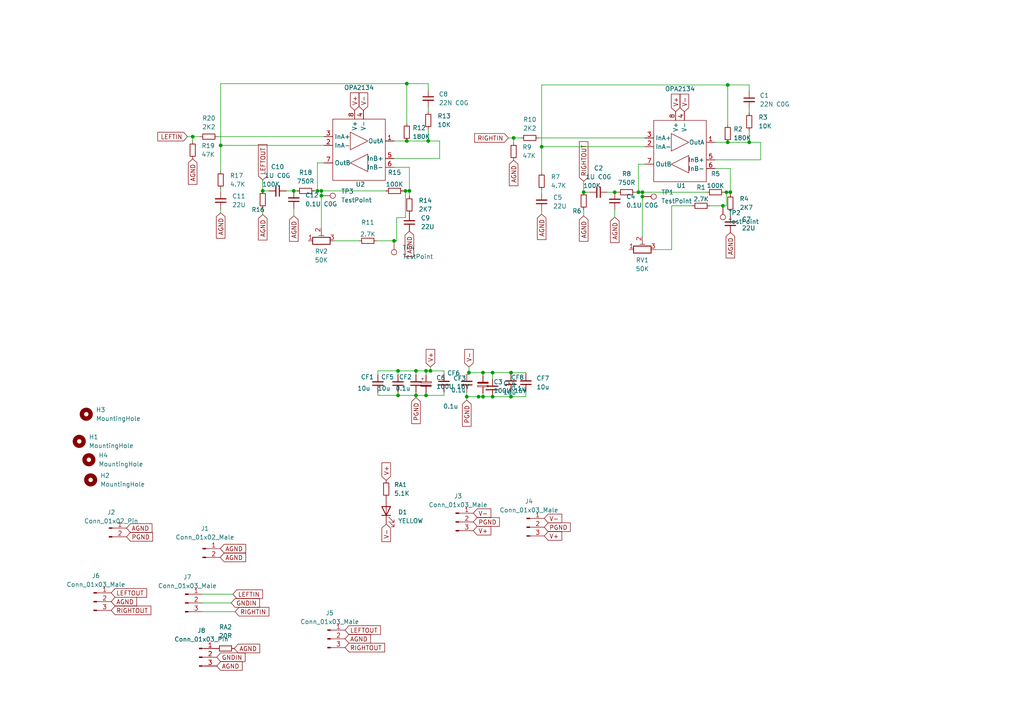
<source format=kicad_sch>
(kicad_sch (version 20230121) (generator eeschema)
  (paper "A4")
  (lib_symbols
    (symbol "Amplifier_Audio:OPA2134"
      (property "Reference" "U" (at 0 -2.54 0))
      (property "Value" "OPA2134" (at 0 0 0))
      (symbol "OPA2134_0_1"
        (rectangle (start -7.62 16.51) (end 7.62 -1.27))
        (polyline (pts (xy -2.54 12.7) (xy -2.54 7.62) (xy 2.54 10.16) (xy -2.54 12.7)))
        (polyline (pts (xy 2.54 6.35) (xy 2.54 1.27) (xy -2.54 3.81) (xy 2.54 6.35)))
      )
      (symbol "OPA2134_1_1"
        (pin output line (at 10.16 10.16 180) (length 2.54) (name "OutA") (number "1"))
        (pin input line (at -10.16 8.89 0) (length 2.54) (name "InA-") (number "2"))
        (pin input line (at -10.16 11.43 0) (length 2.54) (name "InA+") (number "3"))
        (pin input line (at 1.27 19.05 270) (length 2.54) (name "V-") (number "4"))
        (pin input line (at 10.16 5.08 180) (length 2.54) (name "InB+") (number "5"))
        (pin input line (at 10.16 2.54 180) (length 2.54) (name "InB-") (number "6"))
        (pin output line (at -10.16 3.81 0) (length 2.54) (name "OutB") (number "7"))
        (pin input line (at -1.27 19.05 270) (length 2.54) (name "V+") (number "8"))
      )
    )
    (symbol "Connector:Conn_01x02_Male" (pin_names (offset 1.016) hide)
      (property "Reference" "J" (at 0 2.54 0))
      (property "Value" "Conn_01x02_Male" (at 0 -5.08 0))
      (symbol "Conn_01x02_Male_1_1"
        (polyline (pts (xy 1.27 -2.54) (xy 0.8636 -2.54)) (stroke (width 0.1524)))
        (polyline (pts (xy 1.27 0) (xy 0.8636 0)) (stroke (width 0.1524)))
        (rectangle (start 0.8636 -2.413) (end 0 -2.667) (stroke (width 0.1524)) (fill (type outline)))
        (rectangle (start 0.8636 0.127) (end 0 -0.127) (stroke (width 0.1524)) (fill (type outline)))
        (pin passive line (at 5.08 0 180) (length 3.81) (name "Pin_1") (number "1"))
        (pin passive line (at 5.08 -2.54 180) (length 3.81) (name "Pin_2") (number "2"))
      )
    )
    (symbol "Connector:Conn_01x02_Pin" (pin_names (offset 1.016) hide)
      (property "Reference" "J" (at 0 2.54 0))
      (property "Value" "Conn_01x02_Pin" (at 0 -5.08 0))
      (symbol "Conn_01x02_Pin_1_1"
        (polyline (pts (xy 1.27 -2.54) (xy 0.8636 -2.54)) (stroke (width 0.1524)))
        (polyline (pts (xy 1.27 0) (xy 0.8636 0)) (stroke (width 0.1524)))
        (rectangle (start 0.8636 -2.413) (end 0 -2.667) (stroke (width 0.1524)) (fill (type outline)))
        (rectangle (start 0.8636 0.127) (end 0 -0.127) (stroke (width 0.1524)) (fill (type outline)))
        (pin passive line (at 5.08 0 180) (length 3.81) (name "Pin_1") (number "1"))
        (pin passive line (at 5.08 -2.54 180) (length 3.81) (name "Pin_2") (number "2"))
      )
    )
    (symbol "Connector:Conn_01x03_Male" (pin_names (offset 1.016) hide)
      (property "Reference" "J" (at 0 5.08 0))
      (property "Value" "Conn_01x03_Male" (at 0 -5.08 0))
      (symbol "Conn_01x03_Male_1_1"
        (polyline (pts (xy 1.27 -2.54) (xy 0.8636 -2.54)) (stroke (width 0.1524)))
        (polyline (pts (xy 1.27 0) (xy 0.8636 0)) (stroke (width 0.1524)))
        (polyline (pts (xy 1.27 2.54) (xy 0.8636 2.54)) (stroke (width 0.1524)))
        (rectangle (start 0.8636 -2.413) (end 0 -2.667) (stroke (width 0.1524)) (fill (type outline)))
        (rectangle (start 0.8636 0.127) (end 0 -0.127) (stroke (width 0.1524)) (fill (type outline)))
        (rectangle (start 0.8636 2.667) (end 0 2.413) (stroke (width 0.1524)) (fill (type outline)))
        (pin passive line (at 5.08 2.54 180) (length 3.81) (name "Pin_1") (number "1"))
        (pin passive line (at 5.08 0 180) (length 3.81) (name "Pin_2") (number "2"))
        (pin passive line (at 5.08 -2.54 180) (length 3.81) (name "Pin_3") (number "3"))
      )
    )
    (symbol "Connector:Conn_01x03_Pin" (pin_names (offset 1.016) hide)
      (property "Reference" "J" (at 0 5.08 0))
      (property "Value" "Conn_01x03_Pin" (at 0 -5.08 0))
      (symbol "Conn_01x03_Pin_1_1"
        (polyline (pts (xy 1.27 -2.54) (xy 0.8636 -2.54)) (stroke (width 0.1524)))
        (polyline (pts (xy 1.27 0) (xy 0.8636 0)) (stroke (width 0.1524)))
        (polyline (pts (xy 1.27 2.54) (xy 0.8636 2.54)) (stroke (width 0.1524)))
        (rectangle (start 0.8636 -2.413) (end 0 -2.667) (stroke (width 0.1524)) (fill (type outline)))
        (rectangle (start 0.8636 0.127) (end 0 -0.127) (stroke (width 0.1524)) (fill (type outline)))
        (rectangle (start 0.8636 2.667) (end 0 2.413) (stroke (width 0.1524)) (fill (type outline)))
        (pin passive line (at 5.08 2.54 180) (length 3.81) (name "Pin_1") (number "1"))
        (pin passive line (at 5.08 0 180) (length 3.81) (name "Pin_2") (number "2"))
        (pin passive line (at 5.08 -2.54 180) (length 3.81) (name "Pin_3") (number "3"))
      )
    )
    (symbol "Connector:TestPoint" (pin_numbers hide) (pin_names (offset 0.762) hide)
      (property "Reference" "TP" (at 0 6.858 0))
      (property "Value" "TestPoint" (at 0 5.08 0))
      (symbol "TestPoint_0_1"
        (circle (center 0 3.302) (radius 0.762))
      )
      (symbol "TestPoint_1_1"
        (pin passive line (at 0 0 90) (length 2.54) (name "1") (number "1"))
      )
    )
    (symbol "Device:C_Polarized_Small" (pin_numbers hide) (pin_names (offset 0.254) hide)
      (property "Reference" "C" (at 0.254 1.778 0))
      (property "Value" "C_Polarized_Small" (at 0.254 -2.032 0))
      (symbol "C_Polarized_Small_0_1"
        (rectangle (start -1.524 -0.3048) (end 1.524 -0.6858) (fill (type outline)))
        (rectangle (start -1.524 0.6858) (end 1.524 0.3048))
        (polyline (pts (xy -1.27 1.524) (xy -0.762 1.524)))
        (polyline (pts (xy -1.016 1.27) (xy -1.016 1.778)))
      )
      (symbol "C_Polarized_Small_1_1"
        (pin passive line (at 0 2.54 270) (length 1.8542) (name "~") (number "1"))
        (pin passive line (at 0 -2.54 90) (length 1.8542) (name "~") (number "2"))
      )
    )
    (symbol "Device:C_Small" (pin_numbers hide) (pin_names (offset 0.254) hide)
      (property "Reference" "C" (at 0.254 1.778 0))
      (property "Value" "C_Small" (at 0.254 -2.032 0))
      (symbol "C_Small_0_1"
        (polyline (pts (xy -1.524 -0.508) (xy 1.524 -0.508)) (stroke (width 0.3302)))
        (polyline (pts (xy -1.524 0.508) (xy 1.524 0.508)) (stroke (width 0.3048)))
      )
      (symbol "C_Small_1_1"
        (pin passive line (at 0 2.54 270) (length 2.032) (name "~") (number "1"))
        (pin passive line (at 0 -2.54 90) (length 2.032) (name "~") (number "2"))
      )
    )
    (symbol "Device:LED" (pin_numbers hide) (pin_names (offset 1.016) hide)
      (property "Reference" "D" (at 0 2.54 0))
      (property "Value" "LED" (at 0 -2.54 0))
      (symbol "LED_0_1"
        (polyline (pts (xy -1.27 -1.27) (xy -1.27 1.27)) (stroke (width 0.254)))
        (polyline (pts (xy -1.27 0) (xy 1.27 0)))
        (polyline (pts (xy 1.27 -1.27) (xy 1.27 1.27) (xy -1.27 0) (xy 1.27 -1.27)) (stroke (width 0.254)))
        (polyline (pts (xy -3.048 -0.762) (xy -4.572 -2.286) (xy -3.81 -2.286) (xy -4.572 -2.286) (xy -4.572 -1.524)))
        (polyline (pts (xy -1.778 -0.762) (xy -3.302 -2.286) (xy -2.54 -2.286) (xy -3.302 -2.286) (xy -3.302 -1.524)))
      )
      (symbol "LED_1_1"
        (pin passive line (at -3.81 0 0) (length 2.54) (name "K") (number "1"))
        (pin passive line (at 3.81 0 180) (length 2.54) (name "A") (number "2"))
      )
    )
    (symbol "Device:R_Potentiometer_Trim" (pin_names (offset 1.016) hide)
      (property "Reference" "RV" (at -4.445 0 90))
      (property "Value" "R_Potentiometer_Trim" (at -2.54 0 90))
      (symbol "R_Potentiometer_Trim_0_1"
        (polyline (pts (xy 1.524 0.762) (xy 1.524 -0.762)))
        (polyline (pts (xy 2.54 0) (xy 1.524 0)))
        (rectangle (start 1.016 2.54) (end -1.016 -2.54) (stroke (width 0.254)))
      )
      (symbol "R_Potentiometer_Trim_1_1"
        (pin passive line (at 0 3.81 270) (length 1.27) (name "1") (number "1"))
        (pin passive line (at 3.81 0 180) (length 1.27) (name "2") (number "2"))
        (pin passive line (at 0 -3.81 90) (length 1.27) (name "3") (number "3"))
      )
    )
    (symbol "Device:R_Small" (pin_numbers hide) (pin_names (offset 0.254) hide)
      (property "Reference" "R" (at 0.762 0.508 0))
      (property "Value" "R_Small" (at 0.762 -1.016 0))
      (symbol "R_Small_0_1"
        (rectangle (start -0.762 1.778) (end 0.762 -1.778) (stroke (width 0.2032)))
      )
      (symbol "R_Small_1_1"
        (pin passive line (at 0 2.54 270) (length 0.762) (name "~") (number "1"))
        (pin passive line (at 0 -2.54 90) (length 0.762) (name "~") (number "2"))
      )
    )
    (symbol "Mechanical:MountingHole" (pin_names (offset 1.016))
      (property "Reference" "H" (at 0 5.08 0))
      (property "Value" "MountingHole" (at 0 3.175 0))
      (symbol "MountingHole_0_1"
        (circle (center 0 0) (radius 1.27) (stroke (width 1.27)))
      )
    )
  )
  (junction (at 92.075 55.372))
  (junction (at 178.308 55.753))
  (junction (at 117.602 55.372))
  (junction (at 186.309 57.023))
  (junction (at 115.443 107.569))
  (junction (at 185.166 55.753))
  (junction (at 211.074 24.638))
  (junction (at 123.571 114.681))
  (junction (at 123.571 107.569))
  (junction (at 148.209 108.077))
  (junction (at 157.099 42.545))
  (junction (at 124.206 40.894))
  (junction (at 142.875 115.062))
  (junction (at 118.745 55.372))
  (junction (at 93.218 55.372))
  (junction (at 186.309 55.753))
  (junction (at 210.693 55.753))
  (junction (at 211.074 41.275))
  (junction (at 135.382 115.062))
  (junction (at 136.017 108.077))
  (junction (at 64.008 42.164))
  (junction (at 117.983 24.257))
  (junction (at 76.2 55.372))
  (junction (at 209.677 59.69))
  (junction (at 140.081 115.062))
  (junction (at 211.836 55.753))
  (junction (at 93.218 56.769))
  (junction (at 124.841 107.569))
  (junction (at 120.65 107.569))
  (junction (at 55.88 39.624))
  (junction (at 148.971 40.005))
  (junction (at 115.443 114.681))
  (junction (at 117.983 40.894))
  (junction (at 114.3 69.85))
  (junction (at 142.875 108.077))
  (junction (at 120.65 114.681))
  (junction (at 169.291 55.753))
  (junction (at 85.217 55.372))
  (junction (at 140.081 108.077))
  (junction (at 217.297 41.275))
  (junction (at 138.811 115.062))
  (junction (at 148.209 115.062))
  (wire (pts (xy 124.206 32.385) (xy 124.206 31.115)))
  (wire (pts (xy 67.056 174.879) (xy 58.801 174.879)))
  (wire (pts (xy 117.602 55.372) (xy 118.745 55.372)))
  (wire (pts (xy 118.745 48.514) (xy 118.745 55.372)))
  (wire (pts (xy 92.075 47.244) (xy 93.98 47.244)))
  (wire (pts (xy 157.099 56.007) (xy 157.099 55.118)))
  (wire (pts (xy 178.308 62.992) (xy 178.308 60.833)))
  (wire (pts (xy 117.983 24.257) (xy 117.983 35.814)))
  (wire (pts (xy 118.745 55.372) (xy 118.745 56.896)))
  (wire (pts (xy 152.527 108.077) (xy 148.209 108.077)))
  (wire (pts (xy 185.166 55.753) (xy 185.166 47.625)))
  (wire (pts (xy 186.309 55.753) (xy 185.166 55.753)))
  (wire (pts (xy 115.062 69.85) (xy 114.3 69.85)))
  (wire (pts (xy 115.443 114.681) (xy 120.65 114.681)))
  (wire (pts (xy 136.017 108.077) (xy 140.081 108.077)))
  (wire (pts (xy 76.2 62.23) (xy 76.2 60.452)))
  (wire (pts (xy 93.218 55.372) (xy 111.887 55.372)))
  (wire (pts (xy 211.074 24.638) (xy 211.074 36.195)))
  (wire (pts (xy 114.3 45.974) (xy 127.508 45.974)))
  (wire (pts (xy 123.571 108.839) (xy 123.571 107.569)))
  (wire (pts (xy 123.571 113.919) (xy 123.571 114.681)))
  (wire (pts (xy 115.443 108.712) (xy 115.443 107.569)))
  (wire (pts (xy 185.166 47.625) (xy 187.071 47.625)))
  (wire (pts (xy 184.277 55.753) (xy 185.166 55.753)))
  (wire (pts (xy 123.571 114.681) (xy 128.778 114.681)))
  (wire (pts (xy 128.778 108.585) (xy 128.778 107.569)))
  (wire (pts (xy 140.081 114.046) (xy 140.081 115.062)))
  (wire (pts (xy 58.801 172.339) (xy 67.564 172.339)))
  (wire (pts (xy 148.971 41.402) (xy 148.971 40.005)))
  (wire (pts (xy 186.309 57.023) (xy 186.309 55.753)))
  (wire (pts (xy 217.297 24.638) (xy 211.074 24.638)))
  (wire (pts (xy 169.291 62.611) (xy 169.291 60.833)))
  (wire (pts (xy 93.218 55.372) (xy 92.075 55.372)))
  (wire (pts (xy 114.3 48.514) (xy 118.745 48.514)))
  (wire (pts (xy 148.971 40.005) (xy 151.13 40.005)))
  (wire (pts (xy 127.508 40.894) (xy 127.508 45.974)))
  (wire (pts (xy 211.836 62.357) (xy 211.836 61.468)))
  (wire (pts (xy 152.527 115.062) (xy 148.209 115.062)))
  (wire (pts (xy 157.099 24.638) (xy 211.074 24.638)))
  (wire (pts (xy 117.602 55.372) (xy 117.602 63.119)))
  (wire (pts (xy 148.209 108.077) (xy 142.875 108.077)))
  (wire (pts (xy 109.601 107.569) (xy 115.443 107.569)))
  (wire (pts (xy 140.081 115.062) (xy 142.875 115.062)))
  (wire (pts (xy 83.058 55.372) (xy 85.217 55.372)))
  (wire (pts (xy 64.008 61.722) (xy 64.008 60.706)))
  (wire (pts (xy 124.841 107.569) (xy 123.571 107.569)))
  (wire (pts (xy 120.65 107.569) (xy 120.65 108.712)))
  (wire (pts (xy 109.601 114.681) (xy 115.443 114.681)))
  (wire (pts (xy 64.008 24.257) (xy 117.983 24.257)))
  (wire (pts (xy 207.391 46.355) (xy 220.599 46.355)))
  (wire (pts (xy 217.297 41.275) (xy 220.599 41.275)))
  (wire (pts (xy 63.119 39.624) (xy 93.98 39.624)))
  (wire (pts (xy 64.008 42.164) (xy 93.98 42.164)))
  (wire (pts (xy 157.099 42.545) (xy 187.071 42.545)))
  (wire (pts (xy 136.017 106.426) (xy 136.017 108.077)))
  (wire (pts (xy 138.684 114.935) (xy 138.811 115.062)))
  (wire (pts (xy 76.2 52.197) (xy 76.2 55.372)))
  (wire (pts (xy 91.186 55.372) (xy 92.075 55.372)))
  (wire (pts (xy 124.206 24.257) (xy 117.983 24.257)))
  (wire (pts (xy 124.206 37.465) (xy 124.206 40.894)))
  (wire (pts (xy 211.836 55.753) (xy 211.836 56.388)))
  (wire (pts (xy 178.308 55.753) (xy 179.197 55.753)))
  (wire (pts (xy 109.601 113.792) (xy 109.601 114.681)))
  (wire (pts (xy 109.601 108.712) (xy 109.601 107.569)))
  (wire (pts (xy 157.099 42.545) (xy 157.099 50.038)))
  (wire (pts (xy 117.983 40.894) (xy 124.206 40.894)))
  (wire (pts (xy 211.074 41.275) (xy 217.297 41.275)))
  (wire (pts (xy 136.017 108.585) (xy 135.382 108.585)))
  (wire (pts (xy 128.778 107.569) (xy 124.841 107.569)))
  (wire (pts (xy 85.217 62.611) (xy 85.217 60.452)))
  (wire (pts (xy 124.206 26.035) (xy 124.206 24.257)))
  (wire (pts (xy 156.21 40.005) (xy 187.071 40.005)))
  (wire (pts (xy 140.081 108.966) (xy 140.081 108.077)))
  (wire (pts (xy 115.062 63.119) (xy 115.062 69.85)))
  (wire (pts (xy 194.818 59.69) (xy 194.818 72.39)))
  (wire (pts (xy 93.218 56.769) (xy 93.218 66.04)))
  (wire (pts (xy 186.309 57.023) (xy 186.309 68.58)))
  (wire (pts (xy 124.206 40.894) (xy 127.508 40.894)))
  (wire (pts (xy 92.075 55.372) (xy 92.075 47.244)))
  (wire (pts (xy 157.099 62.103) (xy 157.099 61.087)))
  (wire (pts (xy 114.3 69.85) (xy 109.22 69.85)))
  (wire (pts (xy 135.382 113.665) (xy 135.382 115.062)))
  (wire (pts (xy 140.081 108.077) (xy 142.875 108.077)))
  (wire (pts (xy 148.209 108.458) (xy 148.209 108.077)))
  (wire (pts (xy 186.309 55.753) (xy 204.978 55.753)))
  (wire (pts (xy 104.14 69.85) (xy 97.028 69.85)))
  (wire (pts (xy 210.693 55.753) (xy 211.836 55.753)))
  (wire (pts (xy 64.008 42.164) (xy 64.008 49.657)))
  (wire (pts (xy 120.65 114.681) (xy 123.571 114.681)))
  (wire (pts (xy 194.818 72.39) (xy 190.119 72.39)))
  (wire (pts (xy 147.447 40.005) (xy 148.971 40.005)))
  (wire (pts (xy 220.599 41.275) (xy 220.599 46.355)))
  (wire (pts (xy 55.88 41.021) (xy 55.88 39.624)))
  (wire (pts (xy 210.693 55.753) (xy 210.693 59.69)))
  (wire (pts (xy 169.291 55.753) (xy 171.069 55.753)))
  (wire (pts (xy 217.297 26.416) (xy 217.297 24.638)))
  (wire (pts (xy 55.88 39.624) (xy 58.039 39.624)))
  (wire (pts (xy 117.602 63.119) (xy 115.062 63.119)))
  (wire (pts (xy 115.443 113.792) (xy 115.443 114.681)))
  (wire (pts (xy 114.3 40.894) (xy 117.983 40.894)))
  (wire (pts (xy 124.841 106.426) (xy 124.841 107.569)))
  (wire (pts (xy 217.297 37.846) (xy 217.297 41.275)))
  (wire (pts (xy 54.356 39.624) (xy 55.88 39.624)))
  (wire (pts (xy 152.527 108.458) (xy 152.527 108.077)))
  (wire (pts (xy 205.867 59.69) (xy 209.677 59.69)))
  (wire (pts (xy 116.967 55.372) (xy 117.602 55.372)))
  (wire (pts (xy 120.65 114.681) (xy 120.65 115.316)))
  (wire (pts (xy 64.008 42.164) (xy 64.008 24.257)))
  (wire (pts (xy 148.209 113.538) (xy 148.209 115.062)))
  (wire (pts (xy 169.291 52.578) (xy 169.291 55.753)))
  (wire (pts (xy 93.218 56.769) (xy 93.218 55.372)))
  (wire (pts (xy 58.801 177.419) (xy 68.199 177.419)))
  (wire (pts (xy 152.527 113.538) (xy 152.527 115.062)))
  (wire (pts (xy 64.008 55.626) (xy 64.008 54.737)))
  (wire (pts (xy 210.693 59.69) (xy 209.677 59.69)))
  (wire (pts (xy 136.017 108.077) (xy 136.017 108.585)))
  (wire (pts (xy 210.058 55.753) (xy 210.693 55.753)))
  (wire (pts (xy 157.099 42.545) (xy 157.099 24.638)))
  (wire (pts (xy 128.778 113.665) (xy 128.778 114.681)))
  (wire (pts (xy 207.391 48.895) (xy 211.836 48.895)))
  (wire (pts (xy 142.875 109.982) (xy 142.875 108.077)))
  (wire (pts (xy 138.811 115.062) (xy 140.081 115.062)))
  (wire (pts (xy 148.209 115.062) (xy 142.875 115.062)))
  (wire (pts (xy 123.571 107.569) (xy 120.65 107.569)))
  (wire (pts (xy 217.297 32.766) (xy 217.297 31.496)))
  (wire (pts (xy 194.818 59.69) (xy 200.787 59.69)))
  (wire (pts (xy 176.149 55.753) (xy 178.308 55.753)))
  (wire (pts (xy 120.65 113.792) (xy 120.65 114.681)))
  (wire (pts (xy 135.382 115.062) (xy 138.811 115.062)))
  (wire (pts (xy 211.836 48.895) (xy 211.836 55.753)))
  (wire (pts (xy 76.2 55.372) (xy 77.978 55.372)))
  (wire (pts (xy 115.443 107.569) (xy 120.65 107.569)))
  (wire (pts (xy 135.382 115.062) (xy 135.382 116.078)))
  (wire (pts (xy 85.217 55.372) (xy 86.106 55.372)))
  (wire (pts (xy 207.391 41.275) (xy 211.074 41.275)))
  (global_label "AGND" (shape input) (at 118.745 67.056 270) (property "Intersheetrefs" "${INTERSHEET_REFS}" (effects hide)))
  (global_label "AGND" (shape input) (at 63.881 159.131 0) (property "Intersheetrefs" "${INTERSHEET_REFS}" (effects hide)))
  (global_label "AGND" (shape input) (at 63.881 161.671 0) (property "Intersheetrefs" "${INTERSHEET_REFS}" (effects hide)))
  (global_label "LEFTIN" (shape input) (at 54.356 39.624 180) (property "Intersheetrefs" "${INTERSHEET_REFS}" (effects hide)))
  (global_label "AGND" (shape input) (at 55.88 46.101 270) (property "Intersheetrefs" "${INTERSHEET_REFS}" (effects hide)))
  (global_label "PGND" (shape input) (at 157.861 152.908 0) (property "Intersheetrefs" "${INTERSHEET_REFS}" (effects hide)))
  (global_label "AGND" (shape input) (at 67.945 188.087 0) (property "Intersheetrefs" "${INTERSHEET_REFS}" (effects hide)))
  (global_label "V-" (shape input) (at 105.41 32.004 90) (property "Intersheetrefs" "${INTERSHEET_REFS}" (effects hide)))
  (global_label "AGND" (shape input) (at 169.291 62.611 270) (property "Intersheetrefs" "${INTERSHEET_REFS}" (effects hide)))
  (global_label "AGND" (shape input) (at 178.308 62.992 270) (property "Intersheetrefs" "${INTERSHEET_REFS}" (effects hide)))
  (global_label "AGND" (shape input) (at 76.2 62.23 270) (property "Intersheetrefs" "${INTERSHEET_REFS}" (effects hide)))
  (global_label "AGND" (shape input) (at 85.217 62.611 270) (property "Intersheetrefs" "${INTERSHEET_REFS}" (effects hide)))
  (global_label "PGND" (shape input) (at 120.65 115.316 270) (property "Intersheetrefs" "${INTERSHEET_REFS}" (effects hide)))
  (global_label "PGND" (shape input) (at 36.703 155.702 0) (property "Intersheetrefs" "${INTERSHEET_REFS}" (effects hide)))
  (global_label "LEFTOUT" (shape input) (at 76.2 52.197 90) (property "Intersheetrefs" "${INTERSHEET_REFS}" (effects hide)))
  (global_label "V-" (shape input) (at 112.014 152.019 270) (property "Intersheetrefs" "${INTERSHEET_REFS}" (effects hide)))
  (global_label "V-" (shape input) (at 157.861 150.368 0) (property "Intersheetrefs" "${INTERSHEET_REFS}" (effects hide)))
  (global_label "GNDIN" (shape input) (at 67.056 174.879 0) (property "Intersheetrefs" "${INTERSHEET_REFS}" (effects hide)))
  (global_label "AGND" (shape input) (at 64.008 61.722 270) (property "Intersheetrefs" "${INTERSHEET_REFS}" (effects hide)))
  (global_label "V-" (shape input) (at 136.017 106.426 90) (property "Intersheetrefs" "${INTERSHEET_REFS}" (effects hide)))
  (global_label "V+" (shape input) (at 137.287 153.924 0) (property "Intersheetrefs" "${INTERSHEET_REFS}" (effects hide)))
  (global_label "AGND" (shape input) (at 157.099 62.103 270) (property "Intersheetrefs" "${INTERSHEET_REFS}" (effects hide)))
  (global_label "RIGHTOUT" (shape input) (at 100.076 187.833 0) (property "Intersheetrefs" "${INTERSHEET_REFS}" (effects hide)))
  (global_label "V+" (shape input) (at 157.861 155.448 0) (property "Intersheetrefs" "${INTERSHEET_REFS}" (effects hide)))
  (global_label "RIGHTIN" (shape input) (at 147.447 40.005 180) (property "Intersheetrefs" "${INTERSHEET_REFS}" (effects hide)))
  (global_label "AGND" (shape input) (at 36.703 153.162 0) (property "Intersheetrefs" "${INTERSHEET_REFS}" (effects hide)))
  (global_label "RIGHTIN" (shape input) (at 68.199 177.419 0) (property "Intersheetrefs" "${INTERSHEET_REFS}" (effects hide)))
  (global_label "V-" (shape input) (at 198.501 32.385 90) (property "Intersheetrefs" "${INTERSHEET_REFS}" (effects hide)))
  (global_label "V-" (shape input) (at 137.287 148.844 0) (property "Intersheetrefs" "${INTERSHEET_REFS}" (effects hide)))
  (global_label "V+" (shape input) (at 195.961 32.385 90) (property "Intersheetrefs" "${INTERSHEET_REFS}" (effects hide)))
  (global_label "V+" (shape input) (at 112.014 139.319 90) (property "Intersheetrefs" "${INTERSHEET_REFS}" (effects hide)))
  (global_label "AGND" (shape input) (at 32.258 174.498 0) (property "Intersheetrefs" "${INTERSHEET_REFS}" (effects hide)))
  (global_label "AGND" (shape input) (at 62.865 193.167 0) (property "Intersheetrefs" "${INTERSHEET_REFS}" (effects hide)))
  (global_label "PGND" (shape input) (at 135.382 116.078 270) (property "Intersheetrefs" "${INTERSHEET_REFS}" (effects hide)))
  (global_label "AGND" (shape input) (at 100.076 185.293 0) (property "Intersheetrefs" "${INTERSHEET_REFS}" (effects hide)))
  (global_label "GNDIN" (shape input) (at 62.865 190.627 0) (property "Intersheetrefs" "${INTERSHEET_REFS}" (effects hide)))
  (global_label "LEFTOUT" (shape input) (at 32.258 171.958 0) (property "Intersheetrefs" "${INTERSHEET_REFS}" (effects hide)))
  (global_label "RIGHTOUT" (shape input) (at 32.258 177.038 0) (property "Intersheetrefs" "${INTERSHEET_REFS}" (effects hide)))
  (global_label "LEFTOUT" (shape input) (at 100.076 182.753 0) (property "Intersheetrefs" "${INTERSHEET_REFS}" (effects hide)))
  (global_label "LEFTIN" (shape input) (at 67.564 172.339 0) (property "Intersheetrefs" "${INTERSHEET_REFS}" (effects hide)))
  (global_label "V+" (shape input) (at 124.841 106.426 90) (property "Intersheetrefs" "${INTERSHEET_REFS}" (effects hide)))
  (global_label "PGND" (shape input) (at 137.287 151.384 0) (property "Intersheetrefs" "${INTERSHEET_REFS}" (effects hide)))
  (global_label "AGND" (shape input) (at 148.971 46.482 270) (property "Intersheetrefs" "${INTERSHEET_REFS}" (effects hide)))
  (global_label "V+" (shape input) (at 102.87 32.004 90) (property "Intersheetrefs" "${INTERSHEET_REFS}" (effects hide)))
  (global_label "RIGHTOUT" (shape input) (at 169.291 52.578 90) (property "Intersheetrefs" "${INTERSHEET_REFS}" (effects hide)))
  (global_label "AGND" (shape input) (at 211.836 67.437 270) (property "Intersheetrefs" "${INTERSHEET_REFS}" (effects hide)))
  (symbol (lib_id "Device:R_Small") (at 203.327 59.69 90) (unit 1)
    (property "Reference" "R1" (at 203.327 54.356 90))
    (property "Value" "2.7K" (at 203.327 57.785 90))
    (property "Footprint" "Resistor_SMD:R_0805_2012Metric_Pad1.20x1.40mm_HandSolder" (effects hide))
  )
  (symbol (lib_id "Device:R_Small") (at 211.836 58.928 180) (unit 1)
    (property "Reference" "R4" (at 214.503 57.6579 0) (effects (justify right)))
    (property "Value" "2K7" (at 214.503 60.1979 0) (effects (justify right)))
    (property "Footprint" "Resistor_SMD:R_0805_2012Metric_Pad1.20x1.40mm_HandSolder" (effects hide))
  )
  (symbol (lib_id "Connector:Conn_01x03_Male") (at 132.207 151.384 0) (unit 1)
    (property "Reference" "J3" (at 132.842 143.891 0))
    (property "Value" "Conn_01x03_Male" (at 132.842 146.431 0))
    (property "Footprint" "Connector_JST:JST_PH_B3B-PH-K_1x03_P2.00mm_Vertical" (effects hide))
  )
  (symbol (lib_id "Device:C_Polarized_Small") (at 123.571 111.379 0) (unit 1)
    (property "Reference" "C6" (at 126.492 109.5628 0) (effects (justify left)))
    (property "Value" "100U 16V" (at 126.492 112.1028 0) (effects (justify left)))
    (property "Footprint" "Capacitor_THT:CP_Radial_D6.3mm_P2.50mm" (effects hide))
  )
  (symbol (lib_id "Device:R_Small") (at 148.971 43.942 180) (unit 1)
    (property "Reference" "R9" (at 151.511 42.6719 0) (effects (justify right)))
    (property "Value" "47K" (at 151.511 45.2119 0) (effects (justify right)))
    (property "Footprint" "Resistor_SMD:R_0805_2012Metric_Pad1.20x1.40mm_HandSolder" (effects hide))
  )
  (symbol (lib_id "Connector:Conn_01x03_Male") (at 53.721 174.879 0) (unit 1)
    (property "Reference" "J7" (at 54.356 167.386 0))
    (property "Value" "Conn_01x03_Male" (at 54.356 169.926 0))
    (property "Footprint" "Connector_JST:JST_PH_B3B-PH-K_1x03_P2.00mm_Vertical" (effects hide))
  )
  (symbol (lib_id "Mechanical:MountingHole") (at 22.987 128.016 0) (unit 1)
    (property "Reference" "H1" (at 25.781 126.7459 0) (effects (justify left)))
    (property "Value" "MountingHole" (at 25.781 129.2859 0) (effects (justify left)))
    (property "Footprint" "MountingHole:MountingHole_3.2mm_M3" (effects hide))
  )
  (symbol (lib_id "Device:R_Small") (at 60.579 39.624 90) (unit 1)
    (property "Reference" "R20" (at 60.579 34.29 90))
    (property "Value" "2K2" (at 60.579 36.83 90))
    (property "Footprint" "Resistor_SMD:R_0805_2012Metric_Pad1.20x1.40mm_HandSolder" (effects hide))
  )
  (symbol (lib_id "Device:C_Polarized_Small") (at 140.081 111.506 180) (unit 1)
    (property "Reference" "C3" (at 143.129 110.782 0) (effects (justify right)))
    (property "Value" "100U 16V" (at 143.129 113.322 0) (effects (justify right)))
    (property "Footprint" "Capacitor_THT:CP_Radial_D6.3mm_P2.50mm" (effects hide))
  )
  (symbol (lib_id "Connector:TestPoint") (at 93.218 56.769 270) (unit 1)
    (property "Reference" "TP3" (at 98.933 55.4989 90) (effects (justify left)))
    (property "Value" "TestPoint" (at 98.933 58.0389 90) (effects (justify left)))
    (property "Footprint" "TestPoint:TestPoint_THTPad_1.5x1.5mm_Drill0.7mm" (effects hide))
  )
  (symbol (lib_id "Device:R_Small") (at 55.88 43.561 180) (unit 1)
    (property "Reference" "R19" (at 58.42 42.2909 0) (effects (justify right)))
    (property "Value" "47K" (at 58.42 44.8309 0) (effects (justify right)))
    (property "Footprint" "Resistor_SMD:R_0805_2012Metric_Pad1.20x1.40mm_HandSolder" (effects hide))
  )
  (symbol (lib_id "Device:C_Small") (at 217.297 28.956 0) (unit 1)
    (property "Reference" "C1" (at 220.345 27.6922 0) (effects (justify left)))
    (property "Value" "22N C0G" (at 220.345 30.2322 0) (effects (justify left)))
    (property "Footprint" "Capacitor_SMD:C_0805_2012Metric_Pad1.18x1.45mm_HandSolder" (effects hide))
  )
  (symbol (lib_id "Device:R_Small") (at 64.008 52.197 180) (unit 1)
    (property "Reference" "R17" (at 66.675 50.9269 0) (effects (justify right)))
    (property "Value" "4.7K" (at 66.675 53.4669 0) (effects (justify right)))
    (property "Footprint" "Resistor_SMD:R_0805_2012Metric_Pad1.20x1.40mm_HandSolder" (effects hide))
  )
  (symbol (lib_id "Device:R_Small") (at 124.206 34.925 180) (unit 1)
    (property "Reference" "R13" (at 126.873 33.6549 0) (effects (justify right)))
    (property "Value" "10K" (at 126.873 36.1949 0) (effects (justify right)))
    (property "Footprint" "Resistor_SMD:R_0805_2012Metric_Pad1.20x1.40mm_HandSolder" (effects hide))
  )
  (symbol (lib_id "Device:R_Small") (at 211.074 38.735 0) (unit 1)
    (property "Reference" "R2" (at 212.725 37.4649 0) (effects (justify left)))
    (property "Value" "180K" (at 212.725 40.0049 0) (effects (justify left)))
    (property "Footprint" "Resistor_SMD:R_0805_2012Metric_Pad1.20x1.40mm_HandSolder" (effects hide))
  )
  (symbol (lib_id "Device:R_Small") (at 114.427 55.372 90) (unit 1)
    (property "Reference" "R15" (at 114.427 50.038 90))
    (property "Value" "100K" (at 114.427 53.467 90))
    (property "Footprint" "Resistor_SMD:R_0805_2012Metric_Pad1.20x1.40mm_HandSolder" (effects hide))
  )
  (symbol (lib_id "Device:C_Small") (at 80.518 55.372 270) (unit 1)
    (property "Reference" "C10" (at 80.5116 48.387 90))
    (property "Value" "1U C0G" (at 80.5116 50.927 90))
    (property "Footprint" "Capacitor_THT:CP_Radial_D5.0mm_P2.00mm" (effects hide))
  )
  (symbol (lib_id "Device:R_Small") (at 106.68 69.85 90) (unit 1)
    (property "Reference" "R11" (at 106.68 64.516 90))
    (property "Value" "2.7K" (at 106.68 67.945 90))
    (property "Footprint" "Resistor_SMD:R_0805_2012Metric_Pad1.20x1.40mm_HandSolder" (effects hide))
  )
  (symbol (lib_id "Mechanical:MountingHole") (at 26.289 139.192 0) (unit 1)
    (property "Reference" "H2" (at 29.083 137.9219 0) (effects (justify left)))
    (property "Value" "MountingHole" (at 29.083 140.4619 0) (effects (justify left)))
    (property "Footprint" "MountingHole:MountingHole_3.2mm_M3" (effects hide))
  )
  (symbol (lib_id "Device:R_Small") (at 112.014 141.859 180) (unit 1)
    (property "Reference" "RA1" (at 114.3 140.5889 0) (effects (justify right)))
    (property "Value" "5.1K" (at 114.3 143.1289 0) (effects (justify right)))
    (property "Footprint" "Resistor_SMD:R_0603_1608Metric" (effects hide))
  )
  (symbol (lib_id "Device:C_Small") (at 178.308 58.293 180) (unit 1)
    (property "Reference" "C4" (at 181.61 57.0165 0) (effects (justify right)))
    (property "Value" "0.1U C0G" (at 181.61 59.5565 0) (effects (justify right)))
    (property "Footprint" "Capacitor_SMD:C_1206_3216Metric_Pad1.33x1.80mm_HandSolder" (effects hide))
  )
  (symbol (lib_id "Device:R_Small") (at 153.67 40.005 90) (unit 1)
    (property "Reference" "R10" (at 153.67 34.671 90))
    (property "Value" "2K2" (at 153.67 37.211 90))
    (property "Footprint" "Resistor_SMD:R_0805_2012Metric_Pad1.20x1.40mm_HandSolder" (effects hide))
  )
  (symbol (lib_id "Device:LED") (at 112.014 148.209 90) (unit 1)
    (property "Reference" "D1" (at 115.443 148.5264 90) (effects (justify right)))
    (property "Value" "YELLOW" (at 115.443 151.0664 90) (effects (justify right)))
    (property "Footprint" "LED_SMD:LED_0805_2012Metric_Pad1.15x1.40mm_HandSolder" (effects hide))
  )
  (symbol (lib_id "Device:C_Small") (at 173.609 55.753 270) (unit 1)
    (property "Reference" "C2" (at 173.6026 48.768 90))
    (property "Value" "1U C0G" (at 173.6026 51.308 90))
    (property "Footprint" "Capacitor_THT:CP_Radial_D5.0mm_P2.00mm" (effects hide))
  )
  (symbol (lib_id "Device:R_Potentiometer_Trim") (at 93.218 69.85 90) (unit 1)
    (property "Reference" "RV2" (at 93.218 72.898 90))
    (property "Value" "50K" (at 93.218 75.438 90))
    (property "Footprint" "Potentiometer_THT:Potentiometer_Bourns_3296W_Vertical" (effects hide))
  )
  (symbol (lib_id "Device:R_Potentiometer_Trim") (at 186.309 72.39 90) (unit 1)
    (property "Reference" "RV1" (at 186.309 75.438 90))
    (property "Value" "50K" (at 186.309 77.978 90))
    (property "Footprint" "Potentiometer_THT:Potentiometer_Bourns_3296W_Vertical" (effects hide))
  )
  (symbol (lib_id "Device:C_Small") (at 109.601 111.252 180) (unit 1)
    (property "Reference" "CF1" (at 104.648 109.347 0) (effects (justify right)))
    (property "Value" "10u" (at 103.632 112.649 0) (effects (justify right)))
    (property "Footprint" "Capacitor_SMD:C_1206_3216Metric_Pad1.33x1.80mm_HandSolder" (effects hide))
  )
  (symbol (lib_id "Device:R_Small") (at 118.745 59.436 180) (unit 1)
    (property "Reference" "R14" (at 121.412 58.1659 0) (effects (justify right)))
    (property "Value" "2K7" (at 121.412 60.7059 0) (effects (justify right)))
    (property "Footprint" "Resistor_SMD:R_0805_2012Metric_Pad1.20x1.40mm_HandSolder" (effects hide))
  )
  (symbol (lib_id "Mechanical:MountingHole") (at 25.781 133.35 0) (unit 1)
    (property "Reference" "H4" (at 28.575 132.0799 0) (effects (justify left)))
    (property "Value" "MountingHole" (at 28.575 134.6199 0) (effects (justify left)))
    (property "Footprint" "MountingHole:MountingHole_3.2mm_M3" (effects hide))
  )
  (symbol (lib_id "Device:C_Small") (at 211.836 64.897 180) (unit 1)
    (property "Reference" "C7" (at 215.138 63.6205 0) (effects (justify right)))
    (property "Value" "22U" (at 215.138 66.1605 0) (effects (justify right)))
    (property "Footprint" "Capacitor_THT:CP_Radial_D6.3mm_P2.50mm" (effects hide))
  )
  (symbol (lib_id "Mechanical:MountingHole") (at 25.019 120.142 0) (unit 1)
    (property "Reference" "H3" (at 27.813 118.8719 0) (effects (justify left)))
    (property "Value" "MountingHole" (at 27.813 121.4119 0) (effects (justify left)))
    (property "Footprint" "MountingHole:MountingHole_3.2mm_M3" (effects hide))
  )
  (symbol (lib_id "Device:R_Small") (at 169.291 58.293 180) (unit 1)
    (property "Reference" "R6" (at 165.989 61.214 0) (effects (justify right)))
    (property "Value" "100K" (at 169.164 53.848 0) (effects (justify right)))
    (property "Footprint" "Resistor_SMD:R_0805_2012Metric_Pad1.20x1.40mm_HandSolder" (effects hide))
  )
  (symbol (lib_id "Connector:Conn_01x03_Male") (at 27.178 174.498 0) (unit 1)
    (property "Reference" "J6" (at 27.813 167.005 0))
    (property "Value" "Conn_01x03_Male" (at 27.813 169.545 0))
    (property "Footprint" "Connector_JST:JST_PH_B3B-PH-K_1x03_P2.00mm_Vertical" (effects hide))
  )
  (symbol (lib_id "Connector:Conn_01x02_Pin") (at 31.623 153.162 0) (unit 1)
    (property "Reference" "J2" (at 32.258 148.59 0))
    (property "Value" "Conn_01x02_Pin" (at 32.258 151.13 0))
    (property "Footprint" "Connector_PinHeader_2.54mm:PinHeader_1x02_P2.54mm_Vertical" (effects hide))
  )
  (symbol (lib_id "Amplifier_Audio:OPA2134") (at 197.231 51.435 0) (unit 1)
    (property "Reference" "U1" (at 197.612 53.848 0))
    (property "Value" "OPA2134" (at 197.231 25.781 0))
    (property "Footprint" "Package_DIP:DIP-8_W7.62mm_Socket" (effects hide))
  )
  (symbol (lib_id "Device:R_Small") (at 88.646 55.372 90) (unit 1)
    (property "Reference" "R18" (at 88.646 50.038 90))
    (property "Value" "750R" (at 88.646 52.578 90))
    (property "Footprint" "Resistor_SMD:R_0805_2012Metric_Pad1.20x1.40mm_HandSolder" (effects hide))
  )
  (symbol (lib_id "Device:C_Small") (at 152.527 110.998 180) (unit 1)
    (property "Reference" "CF7" (at 155.575 109.7215 0) (effects (justify right)))
    (property "Value" "10u" (at 155.575 112.2615 0) (effects (justify right)))
    (property "Footprint" "Capacitor_SMD:C_1206_3216Metric_Pad1.33x1.80mm_HandSolder" (effects hide))
  )
  (symbol (lib_id "Device:R_Small") (at 157.099 52.578 180) (unit 1)
    (property "Reference" "R7" (at 159.766 51.3079 0) (effects (justify right)))
    (property "Value" "4.7K" (at 159.766 53.8479 0) (effects (justify right)))
    (property "Footprint" "Resistor_SMD:R_0805_2012Metric_Pad1.20x1.40mm_HandSolder" (effects hide))
  )
  (symbol (lib_id "Device:C_Small") (at 120.65 111.252 180) (unit 1)
    (property "Reference" "CF2" (at 115.697 109.347 0) (effects (justify right)))
    (property "Value" "0.1u" (at 114.681 112.649 0) (effects (justify right)))
    (property "Footprint" "Capacitor_SMD:C_0805_2012Metric_Pad1.18x1.45mm_HandSolder" (effects hide))
  )
  (symbol (lib_id "Device:C_Small") (at 148.209 110.998 180) (unit 1)
    (property "Reference" "CF8" (at 148.209 109.474 0) (effects (justify right)))
    (property "Value" "0.1u" (at 148.209 112.649 0) (effects (justify right)))
    (property "Footprint" "Capacitor_SMD:C_0805_2012Metric_Pad1.18x1.45mm_HandSolder" (effects hide))
  )
  (symbol (lib_id "Connector:TestPoint") (at 114.3 69.85 180) (unit 1)
    (property "Reference" "TP4" (at 116.713 71.8819 0) (effects (justify right)))
    (property "Value" "TestPoint" (at 116.713 74.4219 0) (effects (justify right)))
    (property "Footprint" "TestPoint:TestPoint_THTPad_1.5x1.5mm_Drill0.7mm" (effects hide))
  )
  (symbol (lib_id "Device:C_Small") (at 157.099 58.547 180) (unit 1)
    (property "Reference" "C5" (at 160.401 57.2705 0) (effects (justify right)))
    (property "Value" "22U" (at 160.401 59.8105 0) (effects (justify right)))
    (property "Footprint" "Capacitor_THT:CP_Radial_D6.3mm_P2.50mm" (effects hide))
  )
  (symbol (lib_id "Device:C_Small") (at 118.745 64.516 180) (unit 1)
    (property "Reference" "C9" (at 122.047 63.2395 0) (effects (justify right)))
    (property "Value" "22U" (at 122.047 65.7795 0) (effects (justify right)))
    (property "Footprint" "Capacitor_THT:CP_Radial_D6.3mm_P2.50mm" (effects hide))
  )
  (symbol (lib_id "Device:R_Small") (at 117.983 38.354 0) (unit 1)
    (property "Reference" "R12" (at 119.634 37.0839 0) (effects (justify left)))
    (property "Value" "180K" (at 119.634 39.6239 0) (effects (justify left)))
    (property "Footprint" "Resistor_SMD:R_0805_2012Metric_Pad1.20x1.40mm_HandSolder" (effects hide))
  )
  (symbol (lib_id "Device:C_Small") (at 128.778 111.125 180) (unit 1)
    (property "Reference" "CF6" (at 129.667 108.204 0) (effects (justify right)))
    (property "Value" "0.1u" (at 128.524 117.856 0) (effects (justify right)))
    (property "Footprint" "Capacitor_SMD:C_0805_2012Metric_Pad1.18x1.45mm_HandSolder" (effects hide))
  )
  (symbol (lib_id "Device:R_Small") (at 76.2 57.912 180) (unit 1)
    (property "Reference" "R16" (at 72.898 60.833 0) (effects (justify right)))
    (property "Value" "100K" (at 76.073 53.467 0) (effects (justify right)))
    (property "Footprint" "Resistor_SMD:R_0805_2012Metric_Pad1.20x1.40mm_HandSolder" (effects hide))
  )
  (symbol (lib_id "Connector:Conn_01x03_Male") (at 152.781 152.908 0) (unit 1)
    (property "Reference" "J4" (at 153.416 145.415 0))
    (property "Value" "Conn_01x03_Male" (at 153.416 147.955 0))
    (property "Footprint" "Connector_JST:JST_PH_B3B-PH-K_1x03_P2.00mm_Vertical" (effects hide))
  )
  (symbol (lib_id "Device:C_Small") (at 115.443 111.252 180) (unit 1)
    (property "Reference" "CF5" (at 110.49 109.347 0) (effects (justify right)))
    (property "Value" "10u" (at 109.474 112.649 0) (effects (justify right)))
    (property "Footprint" "Capacitor_SMD:C_1206_3216Metric_Pad1.33x1.80mm_HandSolder" (effects hide))
  )
  (symbol (lib_id "Connector:Conn_01x03_Male") (at 94.996 185.293 0) (unit 1)
    (property "Reference" "J5" (at 95.631 177.8 0))
    (property "Value" "Conn_01x03_Male" (at 95.631 180.34 0))
    (property "Footprint" "Connector_PinHeader_2.54mm:PinHeader_1x03_P2.54mm_Vertical" (effects hide))
  )
  (symbol (lib_id "Device:R_Small") (at 65.405 188.087 270) (unit 1)
    (property "Reference" "RA2" (at 65.405 181.864 90))
    (property "Value" "20R" (at 65.405 184.404 90))
    (property "Footprint" "Resistor_SMD:R_0603_1608Metric" (effects hide))
  )
  (symbol (lib_id "Device:C_Small") (at 142.875 112.522 180) (unit 1)
    (property "Reference" "CF4" (at 145.923 111.2455 0) (effects (justify right)))
    (property "Value" "10u" (at 145.923 113.7855 0) (effects (justify right)))
    (property "Footprint" "Capacitor_SMD:C_1206_3216Metric_Pad1.33x1.80mm_HandSolder" (effects hide))
  )
  (symbol (lib_id "Device:C_Small") (at 124.206 28.575 0) (unit 1)
    (property "Reference" "C8" (at 127.254 27.3112 0) (effects (justify left)))
    (property "Value" "22N C0G" (at 127.254 29.8512 0) (effects (justify left)))
    (property "Footprint" "Capacitor_SMD:C_0805_2012Metric_Pad1.18x1.45mm_HandSolder" (effects hide))
  )
  (symbol (lib_id "Device:R_Small") (at 217.297 35.306 180) (unit 1)
    (property "Reference" "R3" (at 219.964 34.0359 0) (effects (justify right)))
    (property "Value" "10K" (at 219.964 36.5759 0) (effects (justify right)))
    (property "Footprint" "Resistor_SMD:R_0805_2012Metric_Pad1.20x1.40mm_HandSolder" (effects hide))
  )
  (symbol (lib_id "Device:C_Small") (at 85.217 57.912 180) (unit 1)
    (property "Reference" "C12" (at 88.519 56.6355 0) (effects (justify right)))
    (property "Value" "0.1U C0G" (at 88.519 59.1755 0) (effects (justify right)))
    (property "Footprint" "Capacitor_SMD:C_1206_3216Metric_Pad1.33x1.80mm_HandSolder" (effects hide))
  )
  (symbol (lib_id "Device:R_Small") (at 181.737 55.753 90) (unit 1)
    (property "Reference" "R8" (at 181.737 50.419 90))
    (property "Value" "750R" (at 181.737 52.959 90))
    (property "Footprint" "Resistor_SMD:R_0805_2012Metric_Pad1.20x1.40mm_HandSolder" (effects hide))
  )
  (symbol (lib_id "Device:C_Small") (at 64.008 58.166 180) (unit 1)
    (property "Reference" "C11" (at 67.31 56.8895 0) (effects (justify right)))
    (property "Value" "22U" (at 67.31 59.4295 0) (effects (justify right)))
    (property "Footprint" "Capacitor_THT:CP_Radial_D6.3mm_P2.50mm" (effects hide))
  )
  (symbol (lib_id "Device:R_Small") (at 207.518 55.753 90) (unit 1)
    (property "Reference" "R5" (at 207.518 50.419 90))
    (property "Value" "100K" (at 207.518 53.848 90))
    (property "Footprint" "Resistor_SMD:R_0805_2012Metric_Pad1.20x1.40mm_HandSolder" (effects hide))
  )
  (symbol (lib_id "Connector:TestPoint") (at 186.309 57.023 270) (unit 1)
    (property "Reference" "TP1" (at 191.77 55.7529 90) (effects (justify left)))
    (property "Value" "TestPoint" (at 191.77 58.2929 90) (effects (justify left)))
    (property "Footprint" "TestPoint:TestPoint_THTPad_1.5x1.5mm_Drill0.7mm" (effects hide))
  )
  (symbol (lib_id "Connector:Conn_01x03_Pin") (at 57.785 190.627 0) (unit 1)
    (property "Reference" "J8" (at 58.42 182.88 0))
    (property "Value" "Conn_01x03_Pin" (at 58.42 185.42 0))
    (property "Footprint" "Connector_PinHeader_2.54mm:PinHeader_1x03_P2.54mm_Vertical" (effects hide))
  )
  (symbol (lib_id "Device:C_Small") (at 135.382 111.125 180) (unit 1)
    (property "Reference" "CF3" (at 131.445 109.728 0) (effects (justify right)))
    (property "Value" "0.1u" (at 130.81 113.157 0) (effects (justify right)))
    (property "Footprint" "Capacitor_SMD:C_0805_2012Metric_Pad1.18x1.45mm_HandSolder" (effects hide))
  )
  (symbol (lib_id "Connector:TestPoint") (at 209.677 59.69 180) (unit 1)
    (property "Reference" "TP2" (at 211.201 61.7219 0) (effects (justify right)))
    (property "Value" "TestPoint" (at 211.201 64.2619 0) (effects (justify right)))
    (property "Footprint" "TestPoint:TestPoint_THTPad_1.5x1.5mm_Drill0.7mm" (effects hide))
  )
  (symbol (lib_id "Amplifier_Audio:OPA2134") (at 104.14 51.054 0) (unit 1)
    (property "Reference" "U2" (at 104.521 53.467 0))
    (property "Value" "OPA2134" (at 104.14 25.4 0))
    (property "Footprint" "Package_DIP:DIP-8_W7.62mm_Socket" (effects hide))
  )
  (symbol (lib_id "Connector:Conn_01x02_Male") (at 58.801 159.131 0) (unit 1)
    (property "Reference" "J1" (at 59.436 153.289 0))
    (property "Value" "Conn_01x02_Male" (at 59.436 155.829 0))
    (property "Footprint" "Connector_JST:JST_PH_B2B-PH-K_1x02_P2.00mm_Vertical" (effects hide))
  )
)
</source>
